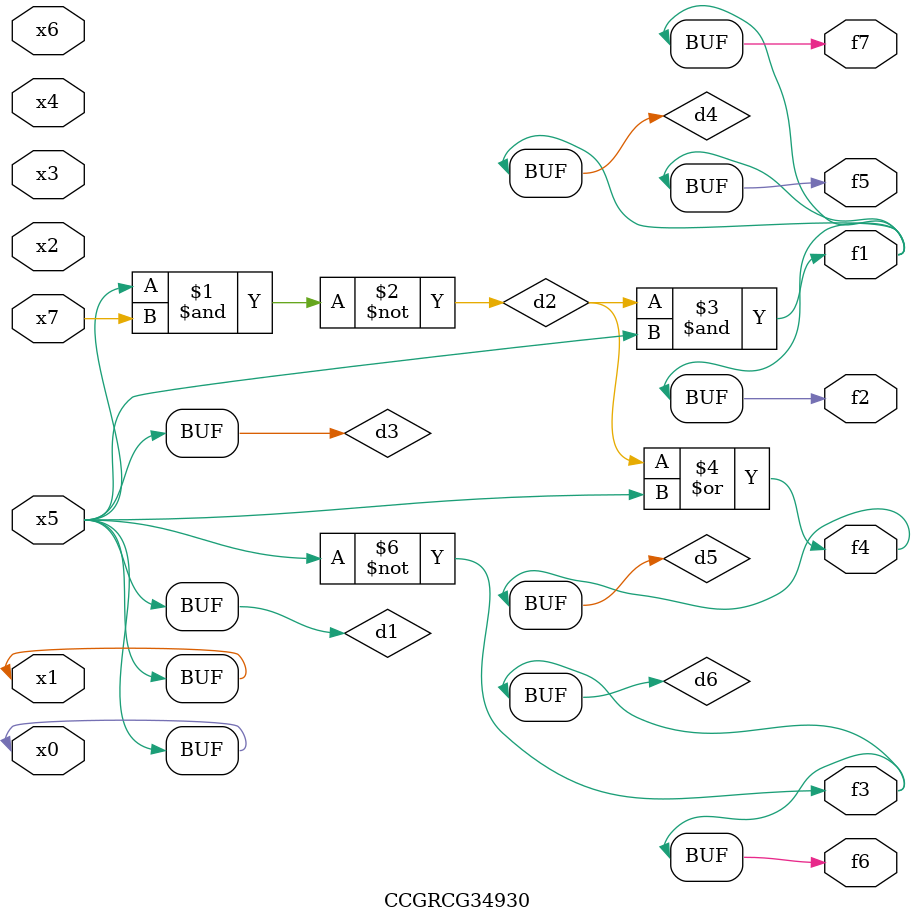
<source format=v>
module CCGRCG34930(
	input x0, x1, x2, x3, x4, x5, x6, x7,
	output f1, f2, f3, f4, f5, f6, f7
);

	wire d1, d2, d3, d4, d5, d6;

	buf (d1, x0, x5);
	nand (d2, x5, x7);
	buf (d3, x0, x1);
	and (d4, d2, d3);
	or (d5, d2, d3);
	nor (d6, d1, d3);
	assign f1 = d4;
	assign f2 = d4;
	assign f3 = d6;
	assign f4 = d5;
	assign f5 = d4;
	assign f6 = d6;
	assign f7 = d4;
endmodule

</source>
